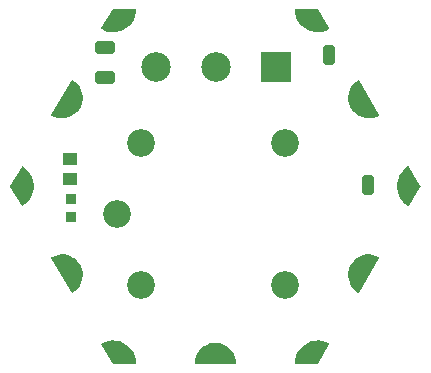
<source format=gbr>
G04 EAGLE Gerber RS-274X export*
G75*
%MOMM*%
%FSLAX34Y34*%
%LPD*%
%INSoldermask Top*%
%IPPOS*%
%AMOC8*
5,1,8,0,0,1.08239X$1,22.5*%
G01*
%ADD10R,0.901600X0.901600*%
%ADD11R,1.201600X1.101600*%
%ADD12C,0.605878*%
%ADD13C,1.101600*%
%ADD14C,2.351600*%
%ADD15R,2.501600X2.501600*%
%ADD16C,2.501600*%

G36*
X363231Y195709D02*
X363231Y195709D01*
X363260Y195706D01*
X363327Y195728D01*
X363397Y195742D01*
X363421Y195759D01*
X363449Y195768D01*
X363502Y195815D01*
X363561Y195855D01*
X363577Y195879D01*
X363599Y195899D01*
X363630Y195963D01*
X363668Y196022D01*
X363673Y196051D01*
X363685Y196077D01*
X363694Y196177D01*
X363701Y196219D01*
X363698Y196229D01*
X363700Y196243D01*
X363468Y199041D01*
X363458Y199075D01*
X363454Y199123D01*
X362765Y201844D01*
X362750Y201876D01*
X362738Y201922D01*
X361610Y204494D01*
X361590Y204522D01*
X361571Y204566D01*
X360035Y206917D01*
X360011Y206941D01*
X359985Y206982D01*
X358083Y209047D01*
X358055Y209068D01*
X358022Y209103D01*
X355807Y210828D01*
X355776Y210843D01*
X355738Y210873D01*
X353268Y212209D01*
X353235Y212219D01*
X353193Y212242D01*
X352007Y212650D01*
X350553Y213149D01*
X350537Y213154D01*
X350503Y213159D01*
X350457Y213174D01*
X347688Y213636D01*
X347653Y213635D01*
X347606Y213643D01*
X344798Y213643D01*
X344764Y213636D01*
X344716Y213636D01*
X341947Y213174D01*
X341914Y213162D01*
X341867Y213154D01*
X339211Y212242D01*
X339181Y212225D01*
X339136Y212209D01*
X336666Y210873D01*
X336640Y210851D01*
X336597Y210828D01*
X334382Y209103D01*
X334359Y209077D01*
X334321Y209047D01*
X332419Y206982D01*
X332401Y206952D01*
X332369Y206917D01*
X330833Y204566D01*
X330820Y204534D01*
X330794Y204494D01*
X329666Y201922D01*
X329659Y201889D01*
X329656Y201882D01*
X329650Y201873D01*
X329649Y201867D01*
X329639Y201844D01*
X328950Y199123D01*
X328948Y199088D01*
X328936Y199041D01*
X328704Y196243D01*
X328708Y196214D01*
X328703Y196185D01*
X328720Y196116D01*
X328728Y196046D01*
X328742Y196020D01*
X328749Y195992D01*
X328791Y195935D01*
X328826Y195873D01*
X328850Y195855D01*
X328867Y195832D01*
X328928Y195796D01*
X328985Y195753D01*
X329013Y195745D01*
X329038Y195730D01*
X329136Y195714D01*
X329177Y195703D01*
X329188Y195705D01*
X329202Y195703D01*
X363202Y195703D01*
X363231Y195709D01*
G37*
G36*
X224809Y256012D02*
X224809Y256012D01*
X224880Y256009D01*
X224907Y256019D01*
X224936Y256021D01*
X225026Y256063D01*
X225066Y256078D01*
X225074Y256086D01*
X225087Y256092D01*
X227390Y257691D01*
X227414Y257717D01*
X227454Y257744D01*
X229463Y259701D01*
X229482Y259730D01*
X229517Y259763D01*
X231176Y262024D01*
X231191Y262055D01*
X231220Y262094D01*
X232484Y264597D01*
X232493Y264631D01*
X232515Y264674D01*
X233351Y267351D01*
X233354Y267385D01*
X233369Y267431D01*
X233752Y270210D01*
X233750Y270244D01*
X233756Y270292D01*
X233677Y273095D01*
X233669Y273129D01*
X233668Y273177D01*
X233129Y275929D01*
X233115Y275961D01*
X233106Y276009D01*
X232121Y278634D01*
X232106Y278659D01*
X232101Y278679D01*
X232093Y278690D01*
X232086Y278709D01*
X230682Y281137D01*
X230659Y281163D01*
X230635Y281205D01*
X228851Y283368D01*
X228824Y283390D01*
X228793Y283427D01*
X226677Y285268D01*
X226647Y285285D01*
X226611Y285317D01*
X224220Y286784D01*
X224188Y286795D01*
X224147Y286821D01*
X221548Y287874D01*
X221514Y287881D01*
X221469Y287899D01*
X218732Y288510D01*
X218697Y288511D01*
X218650Y288522D01*
X215850Y288674D01*
X215816Y288669D01*
X215768Y288672D01*
X212980Y288362D01*
X212947Y288351D01*
X212899Y288346D01*
X210201Y287581D01*
X210171Y287565D01*
X210124Y287552D01*
X207589Y286353D01*
X207565Y286336D01*
X207538Y286326D01*
X207486Y286277D01*
X207429Y286234D01*
X207415Y286209D01*
X207394Y286189D01*
X207365Y286124D01*
X207329Y286063D01*
X207326Y286034D01*
X207314Y286007D01*
X207313Y285936D01*
X207304Y285865D01*
X207312Y285837D01*
X207312Y285808D01*
X207346Y285715D01*
X207358Y285674D01*
X207365Y285665D01*
X207370Y285652D01*
X224370Y256252D01*
X224389Y256230D01*
X224402Y256204D01*
X224455Y256156D01*
X224502Y256103D01*
X224528Y256091D01*
X224550Y256071D01*
X224617Y256048D01*
X224681Y256018D01*
X224710Y256016D01*
X224738Y256007D01*
X224809Y256012D01*
G37*
G36*
X476588Y403735D02*
X476588Y403735D01*
X476636Y403732D01*
X479424Y404042D01*
X479457Y404053D01*
X479505Y404058D01*
X482203Y404823D01*
X482233Y404839D01*
X482280Y404852D01*
X484815Y406051D01*
X484839Y406068D01*
X484866Y406078D01*
X484918Y406127D01*
X484975Y406170D01*
X484989Y406195D01*
X485011Y406215D01*
X485039Y406280D01*
X485075Y406342D01*
X485078Y406370D01*
X485090Y406397D01*
X485091Y406468D01*
X485100Y406539D01*
X485092Y406567D01*
X485092Y406596D01*
X485058Y406689D01*
X485046Y406730D01*
X485039Y406739D01*
X485034Y406752D01*
X468034Y436152D01*
X468015Y436174D01*
X468002Y436200D01*
X467949Y436248D01*
X467902Y436301D01*
X467876Y436313D01*
X467854Y436333D01*
X467787Y436356D01*
X467723Y436386D01*
X467694Y436388D01*
X467666Y436397D01*
X467595Y436392D01*
X467524Y436395D01*
X467497Y436385D01*
X467468Y436383D01*
X467378Y436341D01*
X467338Y436326D01*
X467330Y436318D01*
X467317Y436312D01*
X465014Y434713D01*
X464990Y434688D01*
X464950Y434660D01*
X462941Y432703D01*
X462922Y432674D01*
X462887Y432641D01*
X461228Y430380D01*
X461213Y430349D01*
X461184Y430310D01*
X459920Y427807D01*
X459911Y427773D01*
X459889Y427730D01*
X459053Y425053D01*
X459050Y425019D01*
X459035Y424973D01*
X458652Y422194D01*
X458654Y422160D01*
X458648Y422112D01*
X458727Y419309D01*
X458735Y419275D01*
X458736Y419227D01*
X459275Y416475D01*
X459289Y416443D01*
X459298Y416395D01*
X460283Y413770D01*
X460301Y413740D01*
X460318Y413695D01*
X461722Y411267D01*
X461745Y411241D01*
X461769Y411200D01*
X463553Y409036D01*
X463580Y409014D01*
X463611Y408977D01*
X465727Y407136D01*
X465757Y407119D01*
X465793Y407088D01*
X468184Y405620D01*
X468216Y405609D01*
X468257Y405583D01*
X470856Y404530D01*
X470890Y404523D01*
X470935Y404505D01*
X473672Y403894D01*
X473707Y403893D01*
X473754Y403882D01*
X476554Y403730D01*
X476588Y403735D01*
G37*
G36*
X467628Y256013D02*
X467628Y256013D01*
X467699Y256012D01*
X467726Y256023D01*
X467755Y256027D01*
X467817Y256061D01*
X467882Y256089D01*
X467903Y256110D01*
X467928Y256124D01*
X467991Y256200D01*
X468021Y256231D01*
X468025Y256241D01*
X468034Y256252D01*
X485034Y285652D01*
X485043Y285680D01*
X485060Y285704D01*
X485075Y285773D01*
X485097Y285841D01*
X485095Y285870D01*
X485101Y285898D01*
X485088Y285968D01*
X485082Y286039D01*
X485069Y286065D01*
X485063Y286093D01*
X485023Y286152D01*
X484991Y286215D01*
X484968Y286234D01*
X484952Y286258D01*
X484870Y286315D01*
X484837Y286342D01*
X484827Y286345D01*
X484815Y286353D01*
X482280Y287552D01*
X482246Y287560D01*
X482203Y287581D01*
X479505Y288346D01*
X479470Y288348D01*
X479424Y288362D01*
X476636Y288672D01*
X476602Y288669D01*
X476554Y288674D01*
X473754Y288522D01*
X473720Y288513D01*
X473672Y288510D01*
X470935Y287899D01*
X470903Y287885D01*
X470856Y287874D01*
X468257Y286821D01*
X468228Y286802D01*
X468184Y286784D01*
X465793Y285317D01*
X465768Y285293D01*
X465727Y285268D01*
X463611Y283427D01*
X463590Y283400D01*
X463553Y283368D01*
X461769Y281205D01*
X461753Y281174D01*
X461722Y281137D01*
X460318Y278709D01*
X460307Y278676D01*
X460300Y278663D01*
X460290Y278649D01*
X460290Y278646D01*
X460283Y278634D01*
X459298Y276009D01*
X459292Y275974D01*
X459275Y275929D01*
X458736Y273177D01*
X458736Y273143D01*
X458727Y273095D01*
X458648Y270292D01*
X458654Y270258D01*
X458652Y270210D01*
X459035Y267431D01*
X459047Y267399D01*
X459053Y267351D01*
X459889Y264674D01*
X459906Y264643D01*
X459920Y264597D01*
X461184Y262094D01*
X461206Y262067D01*
X461228Y262024D01*
X462887Y259763D01*
X462913Y259740D01*
X462941Y259701D01*
X464950Y257744D01*
X464979Y257725D01*
X465014Y257691D01*
X467317Y256092D01*
X467344Y256080D01*
X467367Y256062D01*
X467435Y256041D01*
X467500Y256013D01*
X467529Y256013D01*
X467557Y256005D01*
X467628Y256013D01*
G37*
G36*
X218650Y403882D02*
X218650Y403882D01*
X218684Y403891D01*
X218732Y403894D01*
X221469Y404505D01*
X221501Y404519D01*
X221548Y404530D01*
X224147Y405583D01*
X224176Y405602D01*
X224220Y405620D01*
X226611Y407088D01*
X226636Y407111D01*
X226677Y407136D01*
X228793Y408977D01*
X228814Y409004D01*
X228851Y409036D01*
X230635Y411200D01*
X230651Y411230D01*
X230682Y411267D01*
X232086Y413695D01*
X232097Y413728D01*
X232121Y413770D01*
X233106Y416395D01*
X233112Y416430D01*
X233129Y416475D01*
X233668Y419227D01*
X233668Y419262D01*
X233677Y419309D01*
X233756Y422112D01*
X233751Y422146D01*
X233752Y422194D01*
X233369Y424973D01*
X233357Y425005D01*
X233351Y425053D01*
X232515Y427730D01*
X232498Y427761D01*
X232484Y427807D01*
X231220Y430310D01*
X231198Y430337D01*
X231176Y430380D01*
X229517Y432641D01*
X229491Y432664D01*
X229463Y432703D01*
X227454Y434660D01*
X227425Y434679D01*
X227390Y434713D01*
X225087Y436312D01*
X225060Y436324D01*
X225037Y436342D01*
X224969Y436363D01*
X224904Y436391D01*
X224875Y436391D01*
X224847Y436399D01*
X224776Y436391D01*
X224705Y436392D01*
X224678Y436381D01*
X224649Y436377D01*
X224587Y436343D01*
X224522Y436315D01*
X224501Y436294D01*
X224476Y436280D01*
X224413Y436204D01*
X224383Y436173D01*
X224379Y436163D01*
X224370Y436152D01*
X207370Y406752D01*
X207361Y406724D01*
X207344Y406700D01*
X207329Y406631D01*
X207307Y406563D01*
X207309Y406534D01*
X207303Y406506D01*
X207316Y406436D01*
X207322Y406365D01*
X207335Y406339D01*
X207341Y406311D01*
X207381Y406252D01*
X207413Y406189D01*
X207436Y406170D01*
X207452Y406146D01*
X207534Y406089D01*
X207567Y406062D01*
X207577Y406059D01*
X207589Y406051D01*
X210124Y404852D01*
X210158Y404844D01*
X210201Y404823D01*
X212899Y404058D01*
X212934Y404056D01*
X212980Y404042D01*
X215768Y403732D01*
X215802Y403735D01*
X215850Y403730D01*
X218650Y403882D01*
G37*
G36*
X509929Y329213D02*
X509929Y329213D01*
X510000Y329213D01*
X510027Y329224D01*
X510056Y329227D01*
X510118Y329262D01*
X510183Y329290D01*
X510204Y329310D01*
X510229Y329325D01*
X510292Y329402D01*
X510322Y329432D01*
X510326Y329442D01*
X510335Y329453D01*
X519835Y345953D01*
X519845Y345985D01*
X519854Y345998D01*
X519858Y346022D01*
X519859Y346026D01*
X519890Y346096D01*
X519890Y346120D01*
X519898Y346142D01*
X519892Y346218D01*
X519893Y346295D01*
X519883Y346319D01*
X519882Y346340D01*
X519861Y346379D01*
X519835Y346451D01*
X510335Y362951D01*
X510316Y362973D01*
X510303Y362999D01*
X510250Y363047D01*
X510203Y363100D01*
X510177Y363113D01*
X510156Y363132D01*
X510088Y363155D01*
X510024Y363186D01*
X509995Y363188D01*
X509968Y363197D01*
X509896Y363192D01*
X509825Y363195D01*
X509798Y363185D01*
X509769Y363183D01*
X509679Y363141D01*
X509639Y363126D01*
X509631Y363119D01*
X509618Y363113D01*
X507095Y361371D01*
X507071Y361347D01*
X507033Y361320D01*
X504821Y359196D01*
X504802Y359168D01*
X504768Y359136D01*
X502926Y356685D01*
X502912Y356654D01*
X502883Y356617D01*
X501458Y353902D01*
X501449Y353871D01*
X501433Y353846D01*
X501432Y353838D01*
X501427Y353828D01*
X500456Y350920D01*
X500452Y350886D01*
X500437Y350842D01*
X499945Y347815D01*
X499946Y347781D01*
X499938Y347735D01*
X499938Y344669D01*
X499939Y344665D01*
X499939Y344663D01*
X499945Y344636D01*
X499945Y344589D01*
X500437Y341562D01*
X500449Y341531D01*
X500456Y341484D01*
X501427Y338576D01*
X501444Y338547D01*
X501458Y338502D01*
X502883Y335787D01*
X502905Y335761D01*
X502926Y335719D01*
X504768Y333268D01*
X504793Y333245D01*
X504821Y333208D01*
X507033Y331084D01*
X507061Y331066D01*
X507095Y331033D01*
X509618Y329291D01*
X509645Y329280D01*
X509667Y329261D01*
X509736Y329241D01*
X509801Y329213D01*
X509830Y329213D01*
X509858Y329205D01*
X509929Y329213D01*
G37*
G36*
X182508Y329212D02*
X182508Y329212D01*
X182579Y329209D01*
X182606Y329219D01*
X182635Y329221D01*
X182725Y329263D01*
X182765Y329278D01*
X182773Y329285D01*
X182786Y329291D01*
X185309Y331033D01*
X185333Y331057D01*
X185371Y331084D01*
X187583Y333208D01*
X187602Y333236D01*
X187636Y333268D01*
X189478Y335719D01*
X189492Y335750D01*
X189521Y335787D01*
X190946Y338502D01*
X190955Y338535D01*
X190977Y338576D01*
X191948Y341484D01*
X191952Y341518D01*
X191967Y341562D01*
X192459Y344589D01*
X192458Y344623D01*
X192466Y344669D01*
X192466Y347735D01*
X192459Y347768D01*
X192459Y347815D01*
X191967Y350842D01*
X191955Y350873D01*
X191948Y350920D01*
X190977Y353828D01*
X190964Y353851D01*
X190958Y353876D01*
X190951Y353885D01*
X190946Y353902D01*
X189521Y356617D01*
X189499Y356643D01*
X189478Y356685D01*
X187636Y359136D01*
X187611Y359159D01*
X187583Y359196D01*
X185371Y361320D01*
X185343Y361338D01*
X185309Y361371D01*
X182786Y363113D01*
X182759Y363124D01*
X182737Y363143D01*
X182668Y363163D01*
X182603Y363191D01*
X182574Y363191D01*
X182546Y363199D01*
X182475Y363191D01*
X182404Y363192D01*
X182377Y363180D01*
X182348Y363177D01*
X182286Y363142D01*
X182221Y363114D01*
X182200Y363094D01*
X182175Y363079D01*
X182112Y363002D01*
X182082Y362972D01*
X182078Y362962D01*
X182069Y362951D01*
X172569Y346451D01*
X172545Y346378D01*
X172514Y346308D01*
X172514Y346284D01*
X172506Y346262D01*
X172513Y346186D01*
X172512Y346109D01*
X172521Y346085D01*
X172522Y346064D01*
X172543Y346025D01*
X172562Y345973D01*
X172563Y345967D01*
X172565Y345965D01*
X172569Y345953D01*
X182069Y329453D01*
X182088Y329431D01*
X182101Y329405D01*
X182154Y329357D01*
X182201Y329304D01*
X182227Y329291D01*
X182249Y329272D01*
X182316Y329249D01*
X182380Y329218D01*
X182409Y329217D01*
X182436Y329207D01*
X182508Y329212D01*
G37*
G36*
X432878Y195718D02*
X432878Y195718D01*
X432956Y195727D01*
X432975Y195738D01*
X432997Y195742D01*
X433061Y195786D01*
X433129Y195825D01*
X433145Y195844D01*
X433161Y195855D01*
X433185Y195893D01*
X433235Y195953D01*
X442735Y212453D01*
X442744Y212480D01*
X442760Y212504D01*
X442775Y212574D01*
X442798Y212642D01*
X442795Y212670D01*
X442801Y212698D01*
X442788Y212769D01*
X442782Y212840D01*
X442769Y212865D01*
X442763Y212893D01*
X442723Y212953D01*
X442690Y213016D01*
X442668Y213034D01*
X442652Y213058D01*
X442569Y213116D01*
X442537Y213143D01*
X442526Y213146D01*
X442516Y213153D01*
X439750Y214462D01*
X439717Y214470D01*
X439674Y214490D01*
X436734Y215338D01*
X436700Y215341D01*
X436656Y215354D01*
X433618Y215719D01*
X433584Y215716D01*
X433537Y215722D01*
X430480Y215595D01*
X430447Y215587D01*
X430400Y215586D01*
X427403Y214970D01*
X427372Y214957D01*
X427326Y214948D01*
X424466Y213859D01*
X424438Y213841D01*
X424394Y213825D01*
X421746Y212291D01*
X421720Y212269D01*
X421680Y212246D01*
X419312Y210308D01*
X419290Y210281D01*
X419254Y210252D01*
X417227Y207959D01*
X417211Y207930D01*
X417179Y207895D01*
X415547Y205307D01*
X415535Y205275D01*
X415510Y205236D01*
X414314Y202419D01*
X414307Y202386D01*
X414304Y202379D01*
X414300Y202373D01*
X414299Y202367D01*
X414288Y202343D01*
X413560Y199371D01*
X413558Y199337D01*
X413547Y199292D01*
X413304Y196242D01*
X413308Y196213D01*
X413303Y196185D01*
X413320Y196116D01*
X413328Y196044D01*
X413343Y196020D01*
X413349Y195992D01*
X413392Y195934D01*
X413428Y195872D01*
X413450Y195855D01*
X413467Y195832D01*
X413529Y195795D01*
X413586Y195752D01*
X413614Y195745D01*
X413638Y195730D01*
X413738Y195714D01*
X413779Y195703D01*
X413789Y195705D01*
X413802Y195703D01*
X432802Y195703D01*
X432878Y195718D01*
G37*
G36*
X433571Y476687D02*
X433571Y476687D01*
X433618Y476685D01*
X436656Y477050D01*
X436688Y477061D01*
X436734Y477066D01*
X439674Y477914D01*
X439704Y477930D01*
X439750Y477942D01*
X442516Y479251D01*
X442538Y479268D01*
X442565Y479278D01*
X442617Y479327D01*
X442675Y479370D01*
X442689Y479395D01*
X442710Y479414D01*
X442739Y479480D01*
X442775Y479542D01*
X442778Y479570D01*
X442790Y479596D01*
X442791Y479668D01*
X442800Y479739D01*
X442792Y479766D01*
X442793Y479795D01*
X442757Y479890D01*
X442746Y479930D01*
X442739Y479939D01*
X442735Y479951D01*
X433235Y496451D01*
X433183Y496510D01*
X433137Y496572D01*
X433118Y496583D01*
X433103Y496600D01*
X433033Y496634D01*
X432966Y496674D01*
X432942Y496678D01*
X432924Y496686D01*
X432879Y496688D01*
X432802Y496701D01*
X413802Y496701D01*
X413774Y496696D01*
X413746Y496698D01*
X413678Y496676D01*
X413607Y496662D01*
X413584Y496646D01*
X413557Y496637D01*
X413502Y496590D01*
X413443Y496549D01*
X413428Y496525D01*
X413407Y496507D01*
X413375Y496442D01*
X413336Y496382D01*
X413331Y496354D01*
X413319Y496328D01*
X413310Y496227D01*
X413303Y496185D01*
X413305Y496175D01*
X413304Y496162D01*
X413547Y493112D01*
X413556Y493080D01*
X413560Y493033D01*
X414288Y490061D01*
X414303Y490030D01*
X414314Y489985D01*
X415510Y487168D01*
X415529Y487140D01*
X415547Y487097D01*
X417179Y484509D01*
X417203Y484485D01*
X417227Y484445D01*
X419254Y482152D01*
X419281Y482132D01*
X419312Y482096D01*
X421680Y480158D01*
X421710Y480142D01*
X421746Y480113D01*
X424394Y478580D01*
X424426Y478569D01*
X424466Y478545D01*
X427326Y477457D01*
X427359Y477451D01*
X427403Y477434D01*
X430400Y476818D01*
X430434Y476818D01*
X430480Y476809D01*
X433537Y476682D01*
X433571Y476687D01*
G37*
G36*
X278630Y195708D02*
X278630Y195708D01*
X278658Y195706D01*
X278726Y195728D01*
X278797Y195742D01*
X278820Y195758D01*
X278847Y195767D01*
X278902Y195814D01*
X278961Y195855D01*
X278976Y195879D01*
X278998Y195897D01*
X279029Y195962D01*
X279068Y196022D01*
X279073Y196050D01*
X279085Y196076D01*
X279094Y196177D01*
X279101Y196219D01*
X279099Y196229D01*
X279100Y196242D01*
X278857Y199292D01*
X278848Y199324D01*
X278844Y199371D01*
X278116Y202343D01*
X278101Y202374D01*
X278090Y202419D01*
X276894Y205236D01*
X276875Y205264D01*
X276857Y205307D01*
X275225Y207895D01*
X275201Y207919D01*
X275177Y207959D01*
X273150Y210252D01*
X273123Y210272D01*
X273092Y210308D01*
X270725Y212246D01*
X270694Y212262D01*
X270658Y212291D01*
X268010Y213825D01*
X267978Y213835D01*
X267938Y213859D01*
X265078Y214948D01*
X265045Y214953D01*
X265001Y214970D01*
X262004Y215586D01*
X261970Y215586D01*
X261924Y215595D01*
X258867Y215722D01*
X258833Y215717D01*
X258786Y215719D01*
X255748Y215354D01*
X255716Y215343D01*
X255670Y215338D01*
X252730Y214490D01*
X252700Y214474D01*
X252655Y214462D01*
X249889Y213153D01*
X249866Y213136D01*
X249839Y213126D01*
X249787Y213077D01*
X249729Y213034D01*
X249715Y213009D01*
X249694Y212990D01*
X249665Y212924D01*
X249629Y212862D01*
X249626Y212834D01*
X249614Y212808D01*
X249613Y212736D01*
X249604Y212665D01*
X249612Y212638D01*
X249612Y212609D01*
X249647Y212514D01*
X249658Y212474D01*
X249665Y212465D01*
X249669Y212453D01*
X259169Y195953D01*
X259221Y195895D01*
X259267Y195832D01*
X259286Y195821D01*
X259301Y195804D01*
X259371Y195770D01*
X259438Y195730D01*
X259463Y195726D01*
X259480Y195718D01*
X259525Y195716D01*
X259602Y195703D01*
X278602Y195703D01*
X278630Y195708D01*
G37*
G36*
X261924Y476809D02*
X261924Y476809D01*
X261957Y476817D01*
X262004Y476818D01*
X265001Y477434D01*
X265032Y477447D01*
X265078Y477457D01*
X267938Y478545D01*
X267967Y478563D01*
X268010Y478580D01*
X270658Y480113D01*
X270684Y480135D01*
X270725Y480158D01*
X273092Y482096D01*
X273114Y482123D01*
X273150Y482152D01*
X275177Y484445D01*
X275194Y484474D01*
X275225Y484509D01*
X276857Y487097D01*
X276869Y487129D01*
X276894Y487168D01*
X278090Y489985D01*
X278097Y490018D01*
X278116Y490061D01*
X278844Y493033D01*
X278846Y493067D01*
X278857Y493112D01*
X279100Y496162D01*
X279096Y496191D01*
X279101Y496219D01*
X279084Y496288D01*
X279076Y496360D01*
X279062Y496384D01*
X279055Y496412D01*
X279012Y496470D01*
X278977Y496532D01*
X278954Y496549D01*
X278937Y496572D01*
X278875Y496609D01*
X278818Y496652D01*
X278790Y496659D01*
X278766Y496674D01*
X278666Y496690D01*
X278625Y496701D01*
X278615Y496699D01*
X278602Y496701D01*
X259602Y496701D01*
X259526Y496686D01*
X259448Y496677D01*
X259429Y496666D01*
X259407Y496662D01*
X259343Y496618D01*
X259275Y496579D01*
X259259Y496560D01*
X259243Y496549D01*
X259219Y496511D01*
X259169Y496451D01*
X249669Y479951D01*
X249660Y479924D01*
X249644Y479900D01*
X249629Y479830D01*
X249606Y479762D01*
X249609Y479734D01*
X249603Y479706D01*
X249617Y479636D01*
X249622Y479564D01*
X249635Y479539D01*
X249641Y479511D01*
X249681Y479451D01*
X249714Y479388D01*
X249736Y479370D01*
X249752Y479346D01*
X249835Y479288D01*
X249867Y479261D01*
X249878Y479258D01*
X249889Y479251D01*
X252655Y477942D01*
X252688Y477934D01*
X252730Y477914D01*
X255670Y477066D01*
X255704Y477063D01*
X255748Y477050D01*
X258786Y476685D01*
X258820Y476688D01*
X258867Y476682D01*
X261924Y476809D01*
G37*
D10*
X223838Y335650D03*
X223838Y320650D03*
D11*
X223445Y352038D03*
X223445Y369038D03*
D12*
X246743Y441137D02*
X257701Y441137D01*
X257701Y436179D01*
X246743Y436179D01*
X246743Y441137D01*
X246743Y461579D02*
X257701Y461579D01*
X246743Y461579D02*
X246743Y466537D01*
X257701Y466537D01*
X257701Y461579D01*
X444439Y463695D02*
X444439Y452737D01*
X439481Y452737D01*
X439481Y463695D01*
X444439Y463695D01*
X444439Y458493D02*
X439481Y458493D01*
X477459Y352951D02*
X477459Y341993D01*
X472501Y341993D01*
X472501Y352951D01*
X477459Y352951D01*
X477459Y347749D02*
X472501Y347749D01*
D13*
X428802Y489302D03*
X511402Y346202D03*
X428802Y203102D03*
X263602Y203102D03*
X181002Y346202D03*
X263602Y489302D03*
X470102Y417702D03*
X470102Y274702D03*
X346202Y203102D03*
X222302Y274702D03*
X222302Y417702D03*
D14*
X263210Y322890D03*
X283210Y262890D03*
X405210Y262890D03*
X405210Y382890D03*
X283210Y382890D03*
D15*
X397256Y446850D03*
D16*
X346456Y446850D03*
X295656Y446850D03*
M02*

</source>
